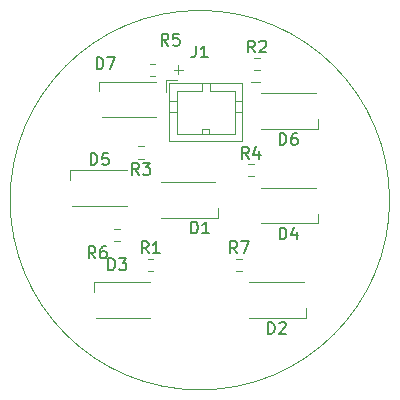
<source format=gbr>
%TF.GenerationSoftware,KiCad,Pcbnew,9.0.6*%
%TF.CreationDate,2025-11-11T17:50:26+05:30*%
%TF.ProjectId,torch_light_portion,746f7263-685f-46c6-9967-68745f706f72,rev?*%
%TF.SameCoordinates,Original*%
%TF.FileFunction,Legend,Top*%
%TF.FilePolarity,Positive*%
%FSLAX46Y46*%
G04 Gerber Fmt 4.6, Leading zero omitted, Abs format (unit mm)*
G04 Created by KiCad (PCBNEW 9.0.6) date 2025-11-11 17:50:26*
%MOMM*%
%LPD*%
G01*
G04 APERTURE LIST*
%ADD10C,0.100000*%
%ADD11C,0.150000*%
%ADD12C,0.120000*%
G04 APERTURE END LIST*
D10*
X145064451Y-98533296D02*
G75*
G02*
X112935549Y-98533296I-16064451J0D01*
G01*
X112935549Y-98533296D02*
G75*
G02*
X145064451Y-98533296I16064451J0D01*
G01*
X126803884Y-87491466D02*
X127565789Y-87491466D01*
X127184836Y-87872419D02*
X127184836Y-87110514D01*
X133303884Y-88491466D02*
X134065789Y-88491466D01*
D11*
X119761905Y-95554819D02*
X119761905Y-94554819D01*
X119761905Y-94554819D02*
X120000000Y-94554819D01*
X120000000Y-94554819D02*
X120142857Y-94602438D01*
X120142857Y-94602438D02*
X120238095Y-94697676D01*
X120238095Y-94697676D02*
X120285714Y-94792914D01*
X120285714Y-94792914D02*
X120333333Y-94983390D01*
X120333333Y-94983390D02*
X120333333Y-95126247D01*
X120333333Y-95126247D02*
X120285714Y-95316723D01*
X120285714Y-95316723D02*
X120238095Y-95411961D01*
X120238095Y-95411961D02*
X120142857Y-95507200D01*
X120142857Y-95507200D02*
X120000000Y-95554819D01*
X120000000Y-95554819D02*
X119761905Y-95554819D01*
X121238095Y-94554819D02*
X120761905Y-94554819D01*
X120761905Y-94554819D02*
X120714286Y-95031009D01*
X120714286Y-95031009D02*
X120761905Y-94983390D01*
X120761905Y-94983390D02*
X120857143Y-94935771D01*
X120857143Y-94935771D02*
X121095238Y-94935771D01*
X121095238Y-94935771D02*
X121190476Y-94983390D01*
X121190476Y-94983390D02*
X121238095Y-95031009D01*
X121238095Y-95031009D02*
X121285714Y-95126247D01*
X121285714Y-95126247D02*
X121285714Y-95364342D01*
X121285714Y-95364342D02*
X121238095Y-95459580D01*
X121238095Y-95459580D02*
X121190476Y-95507200D01*
X121190476Y-95507200D02*
X121095238Y-95554819D01*
X121095238Y-95554819D02*
X120857143Y-95554819D01*
X120857143Y-95554819D02*
X120761905Y-95507200D01*
X120761905Y-95507200D02*
X120714286Y-95459580D01*
X133658333Y-86024819D02*
X133325000Y-85548628D01*
X133086905Y-86024819D02*
X133086905Y-85024819D01*
X133086905Y-85024819D02*
X133467857Y-85024819D01*
X133467857Y-85024819D02*
X133563095Y-85072438D01*
X133563095Y-85072438D02*
X133610714Y-85120057D01*
X133610714Y-85120057D02*
X133658333Y-85215295D01*
X133658333Y-85215295D02*
X133658333Y-85358152D01*
X133658333Y-85358152D02*
X133610714Y-85453390D01*
X133610714Y-85453390D02*
X133563095Y-85501009D01*
X133563095Y-85501009D02*
X133467857Y-85548628D01*
X133467857Y-85548628D02*
X133086905Y-85548628D01*
X134039286Y-85120057D02*
X134086905Y-85072438D01*
X134086905Y-85072438D02*
X134182143Y-85024819D01*
X134182143Y-85024819D02*
X134420238Y-85024819D01*
X134420238Y-85024819D02*
X134515476Y-85072438D01*
X134515476Y-85072438D02*
X134563095Y-85120057D01*
X134563095Y-85120057D02*
X134610714Y-85215295D01*
X134610714Y-85215295D02*
X134610714Y-85310533D01*
X134610714Y-85310533D02*
X134563095Y-85453390D01*
X134563095Y-85453390D02*
X133991667Y-86024819D01*
X133991667Y-86024819D02*
X134610714Y-86024819D01*
X134761905Y-109854819D02*
X134761905Y-108854819D01*
X134761905Y-108854819D02*
X135000000Y-108854819D01*
X135000000Y-108854819D02*
X135142857Y-108902438D01*
X135142857Y-108902438D02*
X135238095Y-108997676D01*
X135238095Y-108997676D02*
X135285714Y-109092914D01*
X135285714Y-109092914D02*
X135333333Y-109283390D01*
X135333333Y-109283390D02*
X135333333Y-109426247D01*
X135333333Y-109426247D02*
X135285714Y-109616723D01*
X135285714Y-109616723D02*
X135238095Y-109711961D01*
X135238095Y-109711961D02*
X135142857Y-109807200D01*
X135142857Y-109807200D02*
X135000000Y-109854819D01*
X135000000Y-109854819D02*
X134761905Y-109854819D01*
X135714286Y-108950057D02*
X135761905Y-108902438D01*
X135761905Y-108902438D02*
X135857143Y-108854819D01*
X135857143Y-108854819D02*
X136095238Y-108854819D01*
X136095238Y-108854819D02*
X136190476Y-108902438D01*
X136190476Y-108902438D02*
X136238095Y-108950057D01*
X136238095Y-108950057D02*
X136285714Y-109045295D01*
X136285714Y-109045295D02*
X136285714Y-109140533D01*
X136285714Y-109140533D02*
X136238095Y-109283390D01*
X136238095Y-109283390D02*
X135666667Y-109854819D01*
X135666667Y-109854819D02*
X136285714Y-109854819D01*
X128666666Y-85454819D02*
X128666666Y-86169104D01*
X128666666Y-86169104D02*
X128619047Y-86311961D01*
X128619047Y-86311961D02*
X128523809Y-86407200D01*
X128523809Y-86407200D02*
X128380952Y-86454819D01*
X128380952Y-86454819D02*
X128285714Y-86454819D01*
X129666666Y-86454819D02*
X129095238Y-86454819D01*
X129380952Y-86454819D02*
X129380952Y-85454819D01*
X129380952Y-85454819D02*
X129285714Y-85597676D01*
X129285714Y-85597676D02*
X129190476Y-85692914D01*
X129190476Y-85692914D02*
X129095238Y-85740533D01*
X133158333Y-95024819D02*
X132825000Y-94548628D01*
X132586905Y-95024819D02*
X132586905Y-94024819D01*
X132586905Y-94024819D02*
X132967857Y-94024819D01*
X132967857Y-94024819D02*
X133063095Y-94072438D01*
X133063095Y-94072438D02*
X133110714Y-94120057D01*
X133110714Y-94120057D02*
X133158333Y-94215295D01*
X133158333Y-94215295D02*
X133158333Y-94358152D01*
X133158333Y-94358152D02*
X133110714Y-94453390D01*
X133110714Y-94453390D02*
X133063095Y-94501009D01*
X133063095Y-94501009D02*
X132967857Y-94548628D01*
X132967857Y-94548628D02*
X132586905Y-94548628D01*
X134015476Y-94358152D02*
X134015476Y-95024819D01*
X133777381Y-93977200D02*
X133539286Y-94691485D01*
X133539286Y-94691485D02*
X134158333Y-94691485D01*
X124658333Y-103024819D02*
X124325000Y-102548628D01*
X124086905Y-103024819D02*
X124086905Y-102024819D01*
X124086905Y-102024819D02*
X124467857Y-102024819D01*
X124467857Y-102024819D02*
X124563095Y-102072438D01*
X124563095Y-102072438D02*
X124610714Y-102120057D01*
X124610714Y-102120057D02*
X124658333Y-102215295D01*
X124658333Y-102215295D02*
X124658333Y-102358152D01*
X124658333Y-102358152D02*
X124610714Y-102453390D01*
X124610714Y-102453390D02*
X124563095Y-102501009D01*
X124563095Y-102501009D02*
X124467857Y-102548628D01*
X124467857Y-102548628D02*
X124086905Y-102548628D01*
X125610714Y-103024819D02*
X125039286Y-103024819D01*
X125325000Y-103024819D02*
X125325000Y-102024819D01*
X125325000Y-102024819D02*
X125229762Y-102167676D01*
X125229762Y-102167676D02*
X125134524Y-102262914D01*
X125134524Y-102262914D02*
X125039286Y-102310533D01*
X120158333Y-103454819D02*
X119825000Y-102978628D01*
X119586905Y-103454819D02*
X119586905Y-102454819D01*
X119586905Y-102454819D02*
X119967857Y-102454819D01*
X119967857Y-102454819D02*
X120063095Y-102502438D01*
X120063095Y-102502438D02*
X120110714Y-102550057D01*
X120110714Y-102550057D02*
X120158333Y-102645295D01*
X120158333Y-102645295D02*
X120158333Y-102788152D01*
X120158333Y-102788152D02*
X120110714Y-102883390D01*
X120110714Y-102883390D02*
X120063095Y-102931009D01*
X120063095Y-102931009D02*
X119967857Y-102978628D01*
X119967857Y-102978628D02*
X119586905Y-102978628D01*
X121015476Y-102454819D02*
X120825000Y-102454819D01*
X120825000Y-102454819D02*
X120729762Y-102502438D01*
X120729762Y-102502438D02*
X120682143Y-102550057D01*
X120682143Y-102550057D02*
X120586905Y-102692914D01*
X120586905Y-102692914D02*
X120539286Y-102883390D01*
X120539286Y-102883390D02*
X120539286Y-103264342D01*
X120539286Y-103264342D02*
X120586905Y-103359580D01*
X120586905Y-103359580D02*
X120634524Y-103407200D01*
X120634524Y-103407200D02*
X120729762Y-103454819D01*
X120729762Y-103454819D02*
X120920238Y-103454819D01*
X120920238Y-103454819D02*
X121015476Y-103407200D01*
X121015476Y-103407200D02*
X121063095Y-103359580D01*
X121063095Y-103359580D02*
X121110714Y-103264342D01*
X121110714Y-103264342D02*
X121110714Y-103026247D01*
X121110714Y-103026247D02*
X121063095Y-102931009D01*
X121063095Y-102931009D02*
X121015476Y-102883390D01*
X121015476Y-102883390D02*
X120920238Y-102835771D01*
X120920238Y-102835771D02*
X120729762Y-102835771D01*
X120729762Y-102835771D02*
X120634524Y-102883390D01*
X120634524Y-102883390D02*
X120586905Y-102931009D01*
X120586905Y-102931009D02*
X120539286Y-103026247D01*
X128261905Y-101354819D02*
X128261905Y-100354819D01*
X128261905Y-100354819D02*
X128500000Y-100354819D01*
X128500000Y-100354819D02*
X128642857Y-100402438D01*
X128642857Y-100402438D02*
X128738095Y-100497676D01*
X128738095Y-100497676D02*
X128785714Y-100592914D01*
X128785714Y-100592914D02*
X128833333Y-100783390D01*
X128833333Y-100783390D02*
X128833333Y-100926247D01*
X128833333Y-100926247D02*
X128785714Y-101116723D01*
X128785714Y-101116723D02*
X128738095Y-101211961D01*
X128738095Y-101211961D02*
X128642857Y-101307200D01*
X128642857Y-101307200D02*
X128500000Y-101354819D01*
X128500000Y-101354819D02*
X128261905Y-101354819D01*
X129785714Y-101354819D02*
X129214286Y-101354819D01*
X129500000Y-101354819D02*
X129500000Y-100354819D01*
X129500000Y-100354819D02*
X129404762Y-100497676D01*
X129404762Y-100497676D02*
X129309524Y-100592914D01*
X129309524Y-100592914D02*
X129214286Y-100640533D01*
X135761905Y-101854819D02*
X135761905Y-100854819D01*
X135761905Y-100854819D02*
X136000000Y-100854819D01*
X136000000Y-100854819D02*
X136142857Y-100902438D01*
X136142857Y-100902438D02*
X136238095Y-100997676D01*
X136238095Y-100997676D02*
X136285714Y-101092914D01*
X136285714Y-101092914D02*
X136333333Y-101283390D01*
X136333333Y-101283390D02*
X136333333Y-101426247D01*
X136333333Y-101426247D02*
X136285714Y-101616723D01*
X136285714Y-101616723D02*
X136238095Y-101711961D01*
X136238095Y-101711961D02*
X136142857Y-101807200D01*
X136142857Y-101807200D02*
X136000000Y-101854819D01*
X136000000Y-101854819D02*
X135761905Y-101854819D01*
X137190476Y-101188152D02*
X137190476Y-101854819D01*
X136952381Y-100807200D02*
X136714286Y-101521485D01*
X136714286Y-101521485D02*
X137333333Y-101521485D01*
X126333333Y-85454819D02*
X126000000Y-84978628D01*
X125761905Y-85454819D02*
X125761905Y-84454819D01*
X125761905Y-84454819D02*
X126142857Y-84454819D01*
X126142857Y-84454819D02*
X126238095Y-84502438D01*
X126238095Y-84502438D02*
X126285714Y-84550057D01*
X126285714Y-84550057D02*
X126333333Y-84645295D01*
X126333333Y-84645295D02*
X126333333Y-84788152D01*
X126333333Y-84788152D02*
X126285714Y-84883390D01*
X126285714Y-84883390D02*
X126238095Y-84931009D01*
X126238095Y-84931009D02*
X126142857Y-84978628D01*
X126142857Y-84978628D02*
X125761905Y-84978628D01*
X127238095Y-84454819D02*
X126761905Y-84454819D01*
X126761905Y-84454819D02*
X126714286Y-84931009D01*
X126714286Y-84931009D02*
X126761905Y-84883390D01*
X126761905Y-84883390D02*
X126857143Y-84835771D01*
X126857143Y-84835771D02*
X127095238Y-84835771D01*
X127095238Y-84835771D02*
X127190476Y-84883390D01*
X127190476Y-84883390D02*
X127238095Y-84931009D01*
X127238095Y-84931009D02*
X127285714Y-85026247D01*
X127285714Y-85026247D02*
X127285714Y-85264342D01*
X127285714Y-85264342D02*
X127238095Y-85359580D01*
X127238095Y-85359580D02*
X127190476Y-85407200D01*
X127190476Y-85407200D02*
X127095238Y-85454819D01*
X127095238Y-85454819D02*
X126857143Y-85454819D01*
X126857143Y-85454819D02*
X126761905Y-85407200D01*
X126761905Y-85407200D02*
X126714286Y-85359580D01*
X120261905Y-87454819D02*
X120261905Y-86454819D01*
X120261905Y-86454819D02*
X120500000Y-86454819D01*
X120500000Y-86454819D02*
X120642857Y-86502438D01*
X120642857Y-86502438D02*
X120738095Y-86597676D01*
X120738095Y-86597676D02*
X120785714Y-86692914D01*
X120785714Y-86692914D02*
X120833333Y-86883390D01*
X120833333Y-86883390D02*
X120833333Y-87026247D01*
X120833333Y-87026247D02*
X120785714Y-87216723D01*
X120785714Y-87216723D02*
X120738095Y-87311961D01*
X120738095Y-87311961D02*
X120642857Y-87407200D01*
X120642857Y-87407200D02*
X120500000Y-87454819D01*
X120500000Y-87454819D02*
X120261905Y-87454819D01*
X121166667Y-86454819D02*
X121833333Y-86454819D01*
X121833333Y-86454819D02*
X121404762Y-87454819D01*
X135761905Y-93854819D02*
X135761905Y-92854819D01*
X135761905Y-92854819D02*
X136000000Y-92854819D01*
X136000000Y-92854819D02*
X136142857Y-92902438D01*
X136142857Y-92902438D02*
X136238095Y-92997676D01*
X136238095Y-92997676D02*
X136285714Y-93092914D01*
X136285714Y-93092914D02*
X136333333Y-93283390D01*
X136333333Y-93283390D02*
X136333333Y-93426247D01*
X136333333Y-93426247D02*
X136285714Y-93616723D01*
X136285714Y-93616723D02*
X136238095Y-93711961D01*
X136238095Y-93711961D02*
X136142857Y-93807200D01*
X136142857Y-93807200D02*
X136000000Y-93854819D01*
X136000000Y-93854819D02*
X135761905Y-93854819D01*
X137190476Y-92854819D02*
X137000000Y-92854819D01*
X137000000Y-92854819D02*
X136904762Y-92902438D01*
X136904762Y-92902438D02*
X136857143Y-92950057D01*
X136857143Y-92950057D02*
X136761905Y-93092914D01*
X136761905Y-93092914D02*
X136714286Y-93283390D01*
X136714286Y-93283390D02*
X136714286Y-93664342D01*
X136714286Y-93664342D02*
X136761905Y-93759580D01*
X136761905Y-93759580D02*
X136809524Y-93807200D01*
X136809524Y-93807200D02*
X136904762Y-93854819D01*
X136904762Y-93854819D02*
X137095238Y-93854819D01*
X137095238Y-93854819D02*
X137190476Y-93807200D01*
X137190476Y-93807200D02*
X137238095Y-93759580D01*
X137238095Y-93759580D02*
X137285714Y-93664342D01*
X137285714Y-93664342D02*
X137285714Y-93426247D01*
X137285714Y-93426247D02*
X137238095Y-93331009D01*
X137238095Y-93331009D02*
X137190476Y-93283390D01*
X137190476Y-93283390D02*
X137095238Y-93235771D01*
X137095238Y-93235771D02*
X136904762Y-93235771D01*
X136904762Y-93235771D02*
X136809524Y-93283390D01*
X136809524Y-93283390D02*
X136761905Y-93331009D01*
X136761905Y-93331009D02*
X136714286Y-93426247D01*
X123833333Y-96384819D02*
X123500000Y-95908628D01*
X123261905Y-96384819D02*
X123261905Y-95384819D01*
X123261905Y-95384819D02*
X123642857Y-95384819D01*
X123642857Y-95384819D02*
X123738095Y-95432438D01*
X123738095Y-95432438D02*
X123785714Y-95480057D01*
X123785714Y-95480057D02*
X123833333Y-95575295D01*
X123833333Y-95575295D02*
X123833333Y-95718152D01*
X123833333Y-95718152D02*
X123785714Y-95813390D01*
X123785714Y-95813390D02*
X123738095Y-95861009D01*
X123738095Y-95861009D02*
X123642857Y-95908628D01*
X123642857Y-95908628D02*
X123261905Y-95908628D01*
X124166667Y-95384819D02*
X124785714Y-95384819D01*
X124785714Y-95384819D02*
X124452381Y-95765771D01*
X124452381Y-95765771D02*
X124595238Y-95765771D01*
X124595238Y-95765771D02*
X124690476Y-95813390D01*
X124690476Y-95813390D02*
X124738095Y-95861009D01*
X124738095Y-95861009D02*
X124785714Y-95956247D01*
X124785714Y-95956247D02*
X124785714Y-96194342D01*
X124785714Y-96194342D02*
X124738095Y-96289580D01*
X124738095Y-96289580D02*
X124690476Y-96337200D01*
X124690476Y-96337200D02*
X124595238Y-96384819D01*
X124595238Y-96384819D02*
X124309524Y-96384819D01*
X124309524Y-96384819D02*
X124214286Y-96337200D01*
X124214286Y-96337200D02*
X124166667Y-96289580D01*
X132158333Y-103024819D02*
X131825000Y-102548628D01*
X131586905Y-103024819D02*
X131586905Y-102024819D01*
X131586905Y-102024819D02*
X131967857Y-102024819D01*
X131967857Y-102024819D02*
X132063095Y-102072438D01*
X132063095Y-102072438D02*
X132110714Y-102120057D01*
X132110714Y-102120057D02*
X132158333Y-102215295D01*
X132158333Y-102215295D02*
X132158333Y-102358152D01*
X132158333Y-102358152D02*
X132110714Y-102453390D01*
X132110714Y-102453390D02*
X132063095Y-102501009D01*
X132063095Y-102501009D02*
X131967857Y-102548628D01*
X131967857Y-102548628D02*
X131586905Y-102548628D01*
X132491667Y-102024819D02*
X133158333Y-102024819D01*
X133158333Y-102024819D02*
X132729762Y-103024819D01*
X121261905Y-104454819D02*
X121261905Y-103454819D01*
X121261905Y-103454819D02*
X121500000Y-103454819D01*
X121500000Y-103454819D02*
X121642857Y-103502438D01*
X121642857Y-103502438D02*
X121738095Y-103597676D01*
X121738095Y-103597676D02*
X121785714Y-103692914D01*
X121785714Y-103692914D02*
X121833333Y-103883390D01*
X121833333Y-103883390D02*
X121833333Y-104026247D01*
X121833333Y-104026247D02*
X121785714Y-104216723D01*
X121785714Y-104216723D02*
X121738095Y-104311961D01*
X121738095Y-104311961D02*
X121642857Y-104407200D01*
X121642857Y-104407200D02*
X121500000Y-104454819D01*
X121500000Y-104454819D02*
X121261905Y-104454819D01*
X122166667Y-103454819D02*
X122785714Y-103454819D01*
X122785714Y-103454819D02*
X122452381Y-103835771D01*
X122452381Y-103835771D02*
X122595238Y-103835771D01*
X122595238Y-103835771D02*
X122690476Y-103883390D01*
X122690476Y-103883390D02*
X122738095Y-103931009D01*
X122738095Y-103931009D02*
X122785714Y-104026247D01*
X122785714Y-104026247D02*
X122785714Y-104264342D01*
X122785714Y-104264342D02*
X122738095Y-104359580D01*
X122738095Y-104359580D02*
X122690476Y-104407200D01*
X122690476Y-104407200D02*
X122595238Y-104454819D01*
X122595238Y-104454819D02*
X122309524Y-104454819D01*
X122309524Y-104454819D02*
X122214286Y-104407200D01*
X122214286Y-104407200D02*
X122166667Y-104359580D01*
D12*
%TO.C,D5*%
X118000000Y-95990000D02*
X122800000Y-95990000D01*
X118000000Y-96800000D02*
X118000000Y-95990000D01*
X118200000Y-99010000D02*
X122800000Y-99010000D01*
%TO.C,R2*%
X133587742Y-86477500D02*
X134062258Y-86477500D01*
X133587742Y-87522500D02*
X134062258Y-87522500D01*
%TO.C,D2*%
X137800000Y-105490000D02*
X133200000Y-105490000D01*
X138000000Y-107700000D02*
X138000000Y-108510000D01*
X138000000Y-108510000D02*
X133200000Y-108510000D01*
%TO.C,J1*%
X126100000Y-88350000D02*
X126100000Y-89350000D01*
X126100000Y-88350000D02*
X127100000Y-88350000D01*
X126400000Y-90100000D02*
X127050000Y-90100000D01*
X126400000Y-91100000D02*
X127050000Y-91100000D01*
X127050000Y-89300000D02*
X129150000Y-89300000D01*
X127050000Y-92900000D02*
X127050000Y-89300000D01*
X129150000Y-88650000D02*
X129150000Y-89300000D01*
X129200000Y-92500000D02*
X129800000Y-92500000D01*
X129200000Y-92900000D02*
X129200000Y-92500000D01*
X129800000Y-92500000D02*
X129800000Y-92900000D01*
X129850000Y-88650000D02*
X129850000Y-89300000D01*
X131950000Y-89300000D02*
X129850000Y-89300000D01*
X131950000Y-89300000D02*
X131950000Y-92900000D01*
X131950000Y-90100000D02*
X132600000Y-90100000D01*
X131950000Y-91100000D02*
X132600000Y-91100000D01*
X131950000Y-92900000D02*
X127050000Y-92900000D01*
X126400000Y-88650000D02*
X132600000Y-88650000D01*
X132600000Y-93550000D01*
X126400000Y-93550000D01*
X126400000Y-88650000D01*
%TO.C,R4*%
X133087742Y-95477500D02*
X133562258Y-95477500D01*
X133087742Y-96522500D02*
X133562258Y-96522500D01*
%TO.C,R1*%
X124587742Y-103477500D02*
X125062258Y-103477500D01*
X124587742Y-104522500D02*
X125062258Y-104522500D01*
%TO.C,R6*%
X121762742Y-100977500D02*
X122237258Y-100977500D01*
X121762742Y-102022500D02*
X122237258Y-102022500D01*
%TO.C,D1*%
X130300000Y-96990000D02*
X125700000Y-96990000D01*
X130500000Y-99200000D02*
X130500000Y-100010000D01*
X130500000Y-100010000D02*
X125700000Y-100010000D01*
%TO.C,D4*%
X138800000Y-97490000D02*
X134200000Y-97490000D01*
X139000000Y-99700000D02*
X139000000Y-100510000D01*
X139000000Y-100510000D02*
X134200000Y-100510000D01*
%TO.C,R5*%
X125237258Y-86977500D02*
X124762742Y-86977500D01*
X125237258Y-88022500D02*
X124762742Y-88022500D01*
%TO.C,D7*%
X120500000Y-88490000D02*
X125300000Y-88490000D01*
X120500000Y-89300000D02*
X120500000Y-88490000D01*
X120700000Y-91510000D02*
X125300000Y-91510000D01*
%TO.C,D6*%
X138800000Y-89490000D02*
X134200000Y-89490000D01*
X139000000Y-91700000D02*
X139000000Y-92510000D01*
X139000000Y-92510000D02*
X134200000Y-92510000D01*
%TO.C,R3*%
X124237258Y-93977500D02*
X123762742Y-93977500D01*
X124237258Y-95022500D02*
X123762742Y-95022500D01*
%TO.C,R7*%
X132087742Y-103477500D02*
X132562258Y-103477500D01*
X132087742Y-104522500D02*
X132562258Y-104522500D01*
%TO.C,D3*%
X120000000Y-105490000D02*
X124800000Y-105490000D01*
X120000000Y-106300000D02*
X120000000Y-105490000D01*
X120200000Y-108510000D02*
X124800000Y-108510000D01*
%TD*%
M02*

</source>
